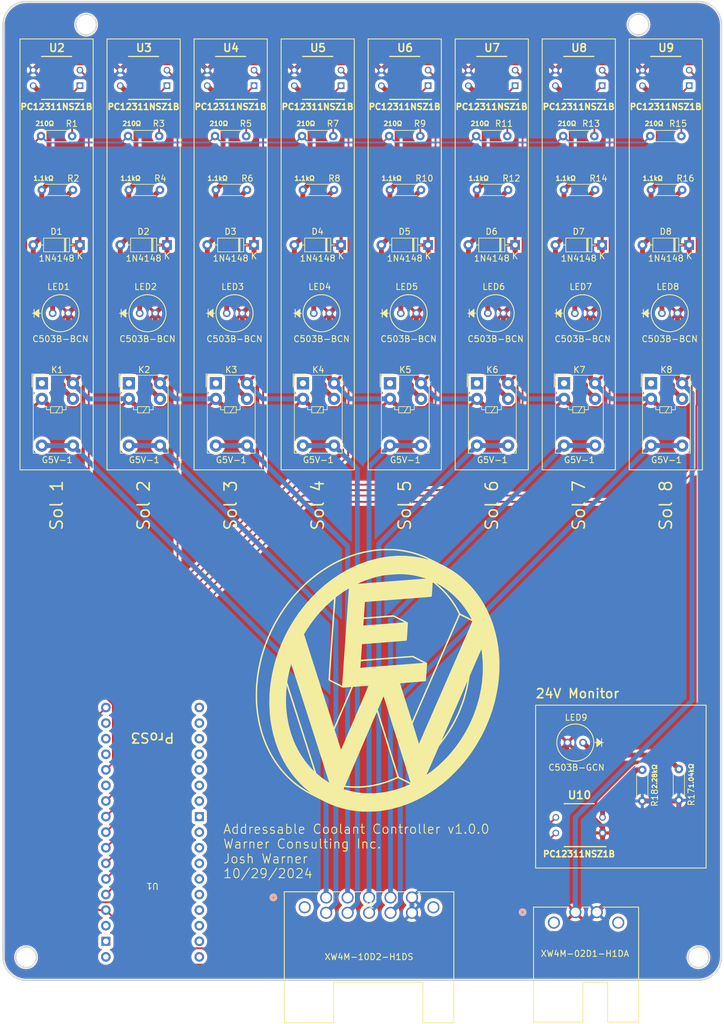
<source format=kicad_pcb>
(kicad_pcb (version 20221018) (generator pcbnew)
  (layers (0 "F.Cu" signal) (31 "B.Cu" signal) (34 "B.Paste" user) (35 "F.Paste" user) (36 "B.SilkS" user "B.Silkscreen") (37 "F.SilkS" user "F.Silkscreen") (38 "B.Mask" user) (39 "F.Mask" user) (44 "Edge.Cuts" user))
  (net 0 "")
  (net 1 "+24V")
  (net 2 "Net-(D1-A)")
  (net 3 "Net-(D2-A)")
  (net 4 "Net-(D3-A)")
  (net 5 "Net-(D4-A)")
  (net 6 "Net-(D5-A)")
  (net 7 "Net-(D6-A)")
  (net 8 "Net-(D7-A)")
  (net 9 "Net-(D8-A)")
  (net 10 "/S1")
  (net 11 "GND")
  (net 12 "/S2")
  (net 13 "/S3")
  (net 14 "/S4")
  (net 15 "/S5")
  (net 16 "/S6")
  (net 17 "/S7")
  (net 18 "/S8")
  (net 27 "Net-(LED1-Pad1)")
  (net 28 "Net-(LED2-Pad1)")
  (net 29 "Net-(LED3-Pad1)")
  (net 30 "Net-(LED4-Pad1)")
  (net 31 "Net-(LED5-Pad1)")
  (net 32 "Net-(LED6-Pad1)")
  (net 33 "Net-(LED7-Pad1)")
  (net 34 "Net-(LED8-Pad1)")
  (net 35 "/MCU 3.3v")
  (net 36 "Net-(R1-Pad2)")
  (net 37 "Net-(R3-Pad2)")
  (net 38 "Net-(R5-Pad2)")
  (net 39 "Net-(R7-Pad2)")
  (net 40 "Net-(R9-Pad2)")
  (net 41 "Net-(R11-Pad2)")
  (net 42 "Net-(R13-Pad2)")
  (net 43 "Net-(R15-Pad2)")
  (net 47 "/IO1")
  (net 48 "/IO2")
  (net 49 "/IO3")
  (net 50 "/IO4")
  (net 51 "/IO5")
  (net 52 "/IO21")
  (net 53 "/IO0")
  (net 55 "/IO16")
  (net 59 "/IO12")
  (net 77 "Net-(LED9-Pad1)")
  (net 78 "Net-(R18-Pad1)")
  (footprint "Resistor:R_Axial_DIN0204_L3.6mm_D1.6mm_P5.08mm_Horizontal-JW" (layer "F.Cu") (at 55.17964 45.03766)
    (fp_text reference "R3")
    (fp_text value "210Ω")
  )
  (footprint "Resistor:R_Axial_DIN0204_L3.6mm_D1.6mm_P5.08mm_Horizontal-JW" (layer "F.Cu") (at 102.97714 53.81284 180)
    (fp_text reference "R10")
    (fp_text value "1.1kΩ")
  )
  (footprint "Resistor:R_Axial_DIN0204_L3.6mm_D1.6mm_P5.08mm_Horizontal-JW" (layer "F.Cu") (at 46.18314 53.81284 180)
    (fp_text reference "R2")
    (fp_text value "1.1kΩ")
  )
  (footprint "PC12311NSZ1B:PC12311NSZ1B" (layer "F.Cu") (at 128.778 157.353 180)
    (fp_text reference "U10")
    (fp_text value "PC12311NSZ1B")
  )
  (footprint "PC12311NSZ1B:PC12311NSZ1B" (layer "F.Cu") (at 114.51364 35.56 180)
    (fp_text reference "U7")
    (fp_text value "PC12311NSZ1B")
  )
  (footprint "Resistor:R_Axial_DIN0204_L3.6mm_D1.6mm_P5.08mm_Horizontal-JW" (layer "F.Cu") (at 83.57664 45.03766)
    (fp_text reference "R7")
    (fp_text value "210Ω")
  )
  (footprint "CreeLED Blue:C503B_BCN_CV0Z0461" (layer "F.Cu") (at 128.07214 73.914)
    (fp_text reference "LED7")
    (fp_text value "C503B-BCN")
  )
  (footprint "Relay_THT:Relay_SPDT_Omron_G5V-1" (layer "F.Cu") (at 126.30464 85.32498)
    (fp_text reference "K7")
    (fp_text value "G5V-1")
  )
  (footprint "Diode_THT:D_DO-35_SOD27_P7.62mm_Horizontal-JW" (layer "F.Cu") (at 104.12514 62.78802 180)
    (fp_text reference "D5")
    (fp_text value "1N4148")
  )
  (footprint "PC12311NSZ1B:PC12311NSZ1B" (layer "F.Cu") (at 128.71214 35.56 180)
    (fp_text reference "U8")
    (fp_text value "PC12311NSZ1B")
  )
  (footprint "CreeLED Blue:C503B_BCN_CV0Z0461" (layer "F.Cu") (at 113.87364 73.914)
    (fp_text reference "LED6")
    (fp_text value "C503B-BCN")
  )
  (footprint "CreeLED Blue:C503B_BCN_CV0Z0461" (layer "F.Cu") (at 42.88114 73.914)
    (fp_text reference "LED1")
    (fp_text value "C503B-BCN")
  )
  (footprint "Resistor:R_Axial_DIN0204_L3.6mm_D1.6mm_P5.08mm_Horizontal-JW" (layer "F.Cu") (at 140.37064 45.03766)
    (fp_text reference "R15")
    (fp_text value "210Ω")
  )
  (footprint "Diode_THT:D_DO-35_SOD27_P7.62mm_Horizontal-JW" (layer "F.Cu") (at 89.92664 62.78802 180)
    (fp_text reference "D4")
    (fp_text value "1N4148")
  )
  (footprint "PC12311NSZ1B:PC12311NSZ1B" (layer "F.Cu") (at 100.31514 35.56 180)
    (fp_text reference "U6")
    (fp_text value "PC12311NSZ1B")
  )
  (footprint "Resistor:R_Axial_DIN0204_L3.6mm_D1.6mm_P5.08mm_Horizontal-JW" (layer "F.Cu") (at 40.98114 45.03766)
    (fp_text reference "R1")
    (fp_text value "210Ω")
  )
  (footprint "ProS3:ProS3_TH" (layer "F.Cu") (at 59.162 158.496 180)
    (fp_text reference "U1")
    (fp_text value "ProS3")
  )
  (footprint "Resistor:R_Axial_DIN0204_L3.6mm_D1.6mm_P5.08mm_Horizontal-JW" (layer "F.Cu") (at 145.034 148.209 -90)
    (fp_text reference "R17")
    (fp_text value "1.04kΩ")
  )
  (footprint "Diode_THT:D_DO-35_SOD27_P7.62mm_Horizontal-JW" (layer "F.Cu") (at 118.32364 62.78802 180)
    (fp_text reference "D6")
    (fp_text value "1N4148")
  )
  (footprint "Resistor:R_Axial_DIN0204_L3.6mm_D1.6mm_P5.08mm_Horizontal-JW" (layer "F.Cu") (at 145.57264 53.81284 180)
    (fp_text reference "R16")
    (fp_text value "1.1kΩ")
  )
  (footprint "Diode_THT:D_DO-35_SOD27_P7.62mm_Horizontal-JW" (layer "F.Cu") (at 47.33114 62.78802 180)
    (fp_text reference "D1")
    (fp_text value "1N4148")
  )
  (footprint "Resistor:R_Axial_DIN0204_L3.6mm_D1.6mm_P5.08mm_Horizontal-JW" (layer "F.Cu") (at 139.065 148.336 -90)
    (fp_text reference "R18")
    (fp_text value "2.28kΩ")
  )
  (footprint "Resistor:R_Axial_DIN0204_L3.6mm_D1.6mm_P5.08mm_Horizontal-JW" (layer "F.Cu") (at 117.17564 53.81284 180)
    (fp_text reference "R12")
    (fp_text value "1.1kΩ")
  )
  (footprint "Resistor:R_Axial_DIN0204_L3.6mm_D1.6mm_P5.08mm_Horizontal-JW" (layer "F.Cu") (at 111.97364 45.03766)
    (fp_text reference "R11")
    (fp_text value "210Ω")
  )
  (footprint "xw4m-02d1-h1da:xw4m-02d1-h1da" (layer "F.Cu") (at 128.1329 171.533301)
    (fp_text reference "J2" hide)
    (fp_text value "XW4M-02D1-H1DA")
  )
  (footprint "Warner Consulting Logo:Warner Consulting Logo" (layer "F.Cu") (at 95.885 133.731)
    (fp_text reference "G***")
    (fp_text value "LOGO" hide)
  )
  (footprint "CreeLED Green:C503B_GCN_CY0C0792" (layer "F.Cu") (at 129.413 143.891 180)
    (fp_text reference "LED9")
    (fp_text value "C503B-GCN")
  )
  (footprint "xw4m-10d2-h1ds:xw4m-10d2-h1ds" (layer "F.Cu") (at 87.495789 169.1359)
    (fp_text reference "J1")
    (fp_text value "XW4M-10D2-H1DS")
  )
  (footprint "PC12311NSZ1B:PC12311NSZ1B" (layer "F.Cu") (at 43.52114 35.56 180)
    (fp_text reference "U2")
    (fp_text value "PC12311NSZ1B")
  )
  (footprint "Relay_THT:Relay_SPDT_Omron_G5V-1" (layer "F.Cu") (at 69.51064 85.32498)
    (fp_text reference "K3")
    (fp_text value "G5V-1")
  )
  (footprint "Relay_THT:Relay_SPDT_Omron_G5V-1" (layer "F.Cu") (at 97.90764 85.32498)
    (fp_text reference "K5")
    (fp_text value "G5V-1")
  )
  (footprint "PC12311NSZ1B:PC12311NSZ1B" (layer "F.Cu") (at 71.91814 35.56 180)
    (fp_text reference "U4")
    (fp_text value "PC12311NSZ1B")
  )
  (footprint "PC12311NSZ1B:PC12311NSZ1B" (layer "F.Cu") (at 57.71964 35.56 180)
    (fp_text reference "U3")
    (fp_text value "PC12311NSZ1B")
  )
  (footprint "PC12311NSZ1B:PC12311NSZ1B" (layer "F.Cu") (at 142.91064 35.56 180)
    (fp_text reference "U9")
    (fp_text value "PC12311NSZ1B")
  )
  (footprint "Diode_THT:D_DO-35_SOD27_P7.62mm_Horizontal-JW" (layer "F.Cu") (at 61.52964 62.78802 180)
    (fp_text reference "D2")
    (fp_text value "1N4148")
  )
  (footprint "Diode_THT:D_DO-35_SOD27_P7.62mm_Horizontal-JW" (layer "F.Cu") (at 146.72064 62.78802 180)
    (fp_text reference "D8")
    (fp_text value "1N4148")
  )
  (footprint "Diode_THT:D_DO-35_SOD27_P7.62mm_Horizontal-JW" (layer "F.Cu") (at 132.52214 62.78802 180)
    (fp_text reference "D7")
    (fp_text value "1N4148")
  )
  (footprint "Relay_THT:Relay_SPDT_Omron_G5V-1" (layer "F.Cu") (at 112.10614 85.32498)
    (fp_text reference "K6")
    (fp_text value "G5V-1")
  )
  (footprint "CreeLED Blue:C503B_BCN_CV0Z0461" (layer "F.Cu") (at 71.27814 73.914)
    (fp_text reference "LED3")
    (fp_text value "C503B-BCN")
  )
  (footprint "PC12311NSZ1B:PC12311NSZ1B" (layer "F.Cu") (at 86.11664 35.56 180)
    (fp_text reference "U5")
    (fp_text value "PC12311NSZ1B")
  )
  (footprint "Resistor:R_Axial_DIN0204_L3.6mm_D1.6mm_P5.08mm_Horizontal-JW" (layer "F.Cu") (at 69.37814 45.03766)
    (fp_text reference "R5")
    (fp_text value "210Ω")
  )
  (footprint "Resistor:R_Axial_DIN0204_L3.6mm_D1.6mm_P5.08mm_Horizontal-JW" (layer "F.Cu") (at 131.37414 53.81284 180)
    (fp_text reference "R14")
    (fp_text value "1.1kΩ")
  )
  (footprint "CreeLED Blue:C503B_BCN_CV0Z0461" (layer "F.Cu") (at 99.67514 73.914)
    (fp_text reference "LED5")
    (fp_text value "C503B-BCN")
  )
  (footprint "CreeLED Blue:C503B_BCN_CV0Z0461" (layer "F.Cu") (at 57.07964 73.914)
    (fp_text reference "LED2")
    (fp_text value "C503B-BCN")
  )
  (footprint "Resistor:R_Axial_DIN0204_L3.6mm_D1.6mm_P5.08mm_Horizontal-JW" (layer "F.Cu") (at 88.77864 53.81284 180)
    (fp_text reference "R8")
    (fp_text value "1.1kΩ")
  )
  (footprint "CreeLED Blue:C503B_BCN_CV0Z0461" (layer "F.Cu") (at 142.27064 73.914)
    (fp_text reference "LED8")
    (fp_text value "C503B-BCN")
  )
  (footprint "Relay_THT:Relay_SPDT_Omron_G5V-1" (layer "F.Cu") (at 41.11364 85.32498)
    (fp_text reference "K1")
    (fp_text value "G5V-1")
  )
  (footprint "Resistor:R_Axial_DIN0204_L3.6mm_D1.6mm_P5.08mm_Horizontal-JW" (layer "F.Cu") (at 97.77514 45.03766)
    (fp_text reference "R9")
    (fp_text value "210Ω")
  )
  (footprint "Resistor:R_Axial_DIN0204_L3.6mm_D1.6mm_P5.08mm_Horizontal-JW" (layer "F.Cu") (at 74.58014 53.81284 180)
    (fp_text reference "R6")
    (fp_text value "1.1kΩ")
  )
  (footprint "Relay_THT:Relay_SPDT_Omron_G5V-1" (layer "F.Cu") (at 83.70914 85.32498)
    (fp_text reference "K4")
    (fp_text value "G5V-1")
  )
  (footprint "Relay_THT:Relay_SPDT_Omron_G5V-1" (layer "F.Cu") (at 55.31214 85.32498)
    (fp_text reference "K2")
    (fp_text value "G5V-1")
  )
  (footprint "Resistor:R_Axial_DIN0204_L3.6mm_D1.6mm_P5.08mm_Horizontal-JW" (layer "F.Cu") (at 126.17214 45.03766)
    (fp_text reference "R13")
    (fp_text value "210Ω")
  )
  (footprint "Diode_THT:D_DO-35_SOD27_P7.62mm_Horizontal-JW" (layer "F.Cu") (at 75.72814 62.78802 180)
    (fp_text reference "D3")
    (fp_text value "1N4148")
  )
  (footprint "Resistor:R_Axial_DIN0204_L3.6mm_D1.6mm_P5.08mm_Horizontal-JW" (layer "F.Cu") (at 60.38164 53.81284 180)
    (fp_text reference "R4")
    (fp_text value "1.1kΩ")
  )
  (footprint "Relay_THT:Relay_SPDT_Omron_G5V-1" (layer "F.Cu") (at 140.50314 85.32498)
    (fp_text reference "K8")
    (fp_text value "G5V-1")
  )
  (footprint "CreeLED Blue:C503B_BCN_CV0Z0461" (layer "F.Cu") (at 85.47664 73.914)
    (fp_text reference "LED4")
    (fp_text value "C503B-BCN")
  )
  (gr_rect (start 136.94164 29.21) (end 148.87964 99.441) (stroke (width 0.15)) (fill none) (layer "F.SilkS"))
  (gr_rect (start 94.34614 29.21) (end 106.28414 99.441) (stroke (width 0.15)) (fill none) (layer "F.SilkS"))
  (gr_rect locked (start 37.55214 29.21) (end 49.49014 99.441) (stroke (width 0.15)) (fill none) (layer "F.SilkS"))
  (gr_rect (start 122.74314 29.21) (end 134.68114 99.441) (stroke (width 0.15)) (fill none) (layer "F.SilkS"))
  (gr_rect (start 65.94914 29.21) (end 77.88714 99.441) (stroke (width 0.15)) (fill none) (layer "F.SilkS"))
  (gr_rect (start 108.54464 29.21) (end 120.48264 99.441) (stroke (width 0.15)) (fill none) (layer "F.SilkS"))
  (gr_rect (start 80.14764 29.21) (end 92.08564 99.441) (stroke (width 0.15)) (fill none) (layer "F.SilkS"))
  (gr_rect (start 51.75064 29.21) (end 63.68864 99.441) (stroke (width 0.15)) (fill none) (layer "F.SilkS"))
  (gr_rect (start 121.666 137.795) (end 149.479 164.338) (stroke (width 0.15)) (fill none) (layer "F.SilkS"))
  (gr_arc locked (start 34.798 26.924) (mid 35.913923 24.229923) (end 38.608 23.114) (stroke (width 0.25)) (layer "Edge.Cuts"))
  (gr_circle locked (center 38.548 178.86978) (end 40.248 178.86978) (stroke (width 0.25)) (fill none) (layer "Edge.Cuts"))
  (gr_circle locked (center 48.34089 26.864) (end 50.04089 26.864) (stroke (width 0.25)) (fill none) (layer "Edge.Cuts"))
  (gr_line locked (start 34.798 26.924) (end 34.798 178.80978) (stroke (width 0.25)) (layer "Edge.Cuts"))
  (gr_line locked (start 148.17378 23.114) (end 38.608 23.114) (stroke (width 0.25)) (layer "Edge.Cuts"))
  (gr_line locked (start 38.608 182.61978) (end 148.17378 182.61978) (stroke (width 0.25)) (layer "Edge.Cuts"))
  (gr_circle locked (center 138.44089 26.864) (end 140.14089 26.864) (stroke (width 0.25)) (fill none) (layer "Edge.Cuts"))
  (gr_circle locked (center 148.23378 178.86978) (end 149.93378 178.86978) (stroke (width 0.25)) (fill none) (layer "Edge.Cuts"))
  (gr_arc locked (start 151.98378 178.80978) (mid 150.86786 181.50386) (end 148.17378 182.61978) (stroke (width 0.25)) (layer "Edge.Cuts"))
  (gr_arc locked (start 38.608 182.61978) (mid 35.913921 181.503859) (end 34.798 178.80978) (stroke (width 0.25)) (layer "Edge.Cuts"))
  (gr_line locked (start 151.98378 178.80978) (end 151.98378 26.924) (stroke (width 0.25)) (layer "Edge.Cuts"))
  (gr_arc locked (start 148.17378 23.114) (mid 150.86786 24.22992) (end 151.98378 26.924) (stroke (width 0.25)) (layer "Edge.Cuts"))
  (gr_text "Sol 1 " (at 43.52114 99.441 90) (layer "F.SilkS") (effects (font (size 2 2) (thickness 0.25)) (justify right)))
  (gr_text "Addressable Coolant Controller v1.0.0\nWarner Consulting Inc.\nJosh Warner\n10/29/2024" (at 70.612 166.116) (layer "F.SilkS") (effects (font (size 1.5 1.5)) (justify left bottom)))
  (gr_text "Sol 7 " (at 128.71214 99.441 90) (layer "F.SilkS") (effects (font (size 2 2) (thickness 0.25)) (justify right)))
  (gr_text "Sol 6 " (at 114.51364 99.441 90) (layer "F.SilkS") (effects (font (size 2 2) (thickness 0.25)) (justify right)))
  (gr_text "Sol 5 " (at 100.31514 99.441 90) (layer "F.SilkS") (effects (font (size 2 2) (thickness 0.25)) (justify right)))
  (gr_text "Sol 4 " (at 86.11664 99.441 90) (layer "F.SilkS") (effects (font (size 2 2) (thickness 0.25)) (justify right)))
  (gr_text "Sol 3 " (at 71.91814 99.441 90) (layer "F.SilkS") (effects (font (size 2 2) (thickness 0.25)) (justify right)))
  (gr_text "24V Monitor" (at 121.539 136.779) (layer "F.SilkS") (effects (font (size 1.5 1.5) (thickness 0.25) bold) (justify left bottom)))
  (gr_text "Sol 8 " (at 142.91064 99.441 90) (layer "F.SilkS") (effects (font (size 2 2) (thickness 0.25)) (justify right)))
  (gr_text "Sol 2 " (at 57.71964 99.441 90) (layer "F.SilkS") (effects (font (size 2 2) (thickness 0.25)) (justify right)))
  (segment (start 104.58764 86.92498) (end 102.98764 85.32498) (width 0.8) (layer "F.Cu") (net 1))
  (segment (start 90.38914 88.60436) (end 90.38914 86.92498) (width 0.8) (layer "F.Cu") (net 1))
  (segment (start 132.588 157.709346) (end 126.746 151.867346) (width 0.8) (layer "F.Cu") (net 1))
  (segment (start 116.41364 84.55248) (end 117.18614 85.32498) (width 0.8) (layer "F.Cu") (net 1))
  (segment (start 126.746 151.867346) (end 126.746 144.018) (width 0.8) (layer "F.Cu") (net 1))
  (segment (start 89.92664 62.78802) (end 89.92664 72.004) (width 0.8) (layer "F.Cu") (net 1))
  (segment (start 47.33114 72.004) (end 45.42114 73.914) (width 0.8) (layer "F.Cu") (net 1))
  (segment (start 45.42114 73.914) (end 45.42114 84.55248) (width 0.8) (layer "F.Cu") (net 1))
  (segment (start 75.72814 62.78802) (end 75.72814 72.004) (width 0.8) (layer "F.Cu") (net 1))
  (segment (start 45.42114 84.55248) (end 46.19364 85.32498) (width 0.8) (layer "F.Cu") (net 1))
  (segment (start 142.10314 89.46498) (end 146.32252 89.46498) (width 0.8) (layer "F.Cu") (net 1))
  (segment (start 113.70614 89.46498) (end 117.92552 89.46498) (width 0.8) (layer "F.Cu") (net 1))
  (segment (start 132.588 166.139) (end 132.588 157.709346) (width 0.8) (layer "F.Cu") (net 1))
  (segment (start 90.38914 86.92498) (end 88.78914 85.32498) (width 0.8) (layer "F.Cu") (net 1))
  (segment (start 97.90764 87.86498) (end 99.50764 89.46498) (width 0.8) (layer "F.Cu") (net 1))
  (segment (start 61.52964 62.78802) (end 61.52964 72.004) (width 0.8) (layer "F.Cu") (net 1))
  (segment (start 146.72064 62.78802) (end 146.72064 72.004) (width 0.8) (layer "F.Cu") (net 1))
  (segment (start 132.52214 72.004) (end 130.61214 73.914) (width 0.8) (layer "F.Cu") (net 1))
  (segment (start 69.51064 87.86498) (end 71.11064 89.46498) (width 0.8) (layer "F.Cu") (net 1))
  (segment (start 85.30914 89.46498) (end 89.52852 89.46498) (width 0.8) (layer "F.Cu") (net 1))
  (segment (start 144.81064 84.55248) (end 145.58314 85.32498) (width 0.8) (layer "F.Cu") (net 1))
  (segment (start 56.91214 89.46498) (end 61.13152 89.46498) (width 0.8) (layer "F.Cu") (net 1))
  (segment (start 88.01664 84.55248) (end 88.78914 85.32498) (width 0.8) (layer "F.Cu") (net 1))
  (segment (start 61.13152 89.46498) (end 61.99214 88.60436) (width 0.8) (layer "F.Cu") (net 1))
  (segment (start 132.98464 88.60436) (end 132.98464 86.92498) (width 0.8) (layer "F.Cu") (net 1))
  (segment (start 127.90464 89.46498) (end 132.12402 89.46498) (width 0.8) (layer "F.Cu") (net 1))
  (segment (start 112.10614 87.86498) (end 113.70614 89.46498) (width 0.8) (layer "F.Cu") (net 1))
  (segment (start 104.12514 72.004) (end 102.21514 73.914) (width 0.8) (layer "F.Cu") (net 1))
  (segment (start 76.19064 86.92498) (end 74.59064 85.32498) (width 0.8) (layer "F.Cu") (net 1))
  (segment (start 128.1329 171.533301) (end 128.1329 170.5941) (width 0.8) (layer "F.Cu") (net 1))
  (segment (start 83.70914 87.86498) (end 85.30914 89.46498) (width 0.8) (layer "F.Cu") (net 1))
  (segment (start 99.50764 89.46498) (end 103.72702 89.46498) (width 0.8) (layer "F.Cu") (net 1))
  (segment (start 47.33114 62.78802) (end 47.33114 72.004) (width 0.8) (layer "F.Cu") (net 1))
  (segment (start 146.72064 72.004) (end 144.81064 73.914) (width 0.8) (layer "F.Cu") (net 1))
  (segment (start 61.99214 88.60436) (end 61.99214 86.92498) (width 0.8) (layer "F.Cu") (net 1))
  (segment (start 89.92664 72.004) (end 88.01664 73.914) (width 0.8) (layer "F.Cu") (net 1))
  (segment (start 130.61214 73.914) (end 130.61214 84.55248) (width 0.8) (layer "F.Cu") (net 1))
  (segment (start 71.11064 89.46498) (end 75.33002 89.46498) (width 0.8) (layer "F.Cu") (net 1))
  (segment (start 88.01664 73.914) (end 88.01664 84.55248) (width 0.8) (layer "F.Cu") (net 1))
  (segment (start 132.12402 89.46498) (end 132.98464 88.60436) (width 0.8) (layer "F.Cu") (net 1))
  (segment (start 46.93302 89.46498) (end 47.79364 88.60436) (width 0.8) (layer "F.Cu") (net 1))
  (segment (start 117.92552 89.46498) (end 118.78614 88.60436) (width 0.8) (layer "F.Cu") (net 1))
  (segment (start 140.50314 87.86498) (end 142.10314 89.46498) (width 0.8) (layer "F.Cu") (net 1))
  (segment (start 146.32252 89.46498) (end 147.18314 88.60436) (width 0.8) (layer "F.Cu") (net 1))
  (segment (start 59.61964 73.914) (end 59.61964 84.55248) (width 0.8) (layer "F.Cu") (net 1))
  (segment (start 147.18314 86.92498) (end 145.58314 85.32498) (width 0.8) (layer "F.Cu") (net 1))
  (segment (start 128.1329 170.5941) (end 132.588 166.139) (width 0.8) (layer "F.Cu") (net 1))
  (segment (start 75.33002 89.46498) (end 76.19064 88.60436) (width 0.8) (layer "F.Cu") (net 1))
  (segment (start 102.21514 73.914) (end 102.21514 84.55248) (width 0.8) (layer "F.Cu") (net 1))
  (segment (start 102.21514 84.55248) (end 102.98764 85.32498) (width 0.8) (layer "F.Cu") (net 1))
  (segment (start 59.61964 84.55248) (end 60.39214 85.32498) (width 0.8) (layer "F.Cu") (net 1))
  (segment (start 147.18314 88.60436) (end 147.18314 86.92498) (width 0.8) (layer "F.Cu") (net 1))
  (segment (start 42.71364 89.46498) (end 46.93302 89.46498) (width 0.8) (layer "F.Cu") (net 1))
  (segment (start 47.79364 88.60436) (end 47.79364 86.92498) (width 0.8) (layer "F.Cu") (net 1))
  (segment (start 126.30464 87.86498) (end 127.90464 89.46498) (width 0.8) (layer "F.Cu") (net 1))
  (segment (start 76.19064 88.60436) (end 76.19064 86.92498) (width 0.8) (layer "F.Cu") (net 1))
  (segment (start 47.79364 86.92498) (end 46.19364 85.32498) (width 0.8) (layer "F.Cu") (net 1))
  (segment (start 118.32364 62.78802) (end 118.32364 72.004) (width 0.8) (layer "F.Cu") (net 1))
  (segment (start 41.11364 87.86498) (end 42.71364 89.46498) (width 0.8) (layer "F.Cu") (net 1))
  (segment (start 61.99214 86.92498) (end 60.39214 85.32498) (width 0.8) (layer "F.Cu") (net 1))
  (segment (start 61.52964 72.004) (end 59.61964 73.914) (width 0.8) (layer "F.Cu") (net 1))
  (segment (start 104.58764 88.60436) (end 104.58764 86.92498) (width 0.8) (layer "F.Cu") (net 1))
  (segment (start 130.61214 84.55248) (end 131.38464 85.32498) (width 0.8) (layer "F.Cu") (net 1))
  (segment (start 118.32364 72.004) (end 116.41364 73.914) (width 0.8) (layer "F.Cu") (net 1))
  (segment (start 104.12514 62.78802) (end 104.12514 72.004) (width 0.8) (layer "F.Cu") (net 1))
  (segment (start 126.746 144.018) (end 126.873 143.891) (width 0.8) (layer "F.Cu") (net 1))
  (segment (start 55.31214 87.86498) (end 56.91214 89.46498) (width 0.8) (layer "F.Cu") (net 1))
  (segment (start 116.41364 73.914) (end 116.41364 84.55248) (width 0.8) (layer "F.Cu") (net 1))
  (segment (start 132.52214 62.78802) (end 132.52214 72.004) (width 0.8) (layer "F.Cu") (net 1))
  (segment (start 118.78614 88.60436) (end 118.78614 86.92498) (width 0.8) (layer "F.Cu") (net 1))
  (segment (start 132.98464 86.92498) (end 131.38464 85.32498) (width 0.8) (layer "F.Cu") (net 1))
  (segment (start 118.78614 86.92498) (end 117.18614 85.32498) (width 0.8) (layer "F.Cu") (net 1))
  (segment (start 89.52852 89.46498) (end 90.38914 88.60436) (width 0.8) (layer "F.Cu") (net 1))
  (segment (start 103.72702 89.46498) (end 104.58764 88.60436) (width 0.8) (layer "F.Cu") (net 1))
  (segment (start 75.72814 72.004) (end 73.81814 73.914) (width 0.8) (layer "F.Cu") (net 1))
  (segment (start 73.81814 73.914) (end 73.81814 84.55248) (width 0.8) (layer "F.Cu") (net 1))
  (segment (start 73.81814 84.55248) (end 74.59064 85.32498) (width 0.8) (layer "F.Cu") (net 1))
  (segment (start 144.81064 73.914) (end 144.81064 84.55248) (width 0.8) (layer "F.Cu") (net 1))
  (segment (start 102.98764 85.32498) (end 105.52764 87.86498) (width 0.8) (layer "B.Cu") (net 1))
  (segment (start 145.58314 85.32498) (end 147.18314 86.92498) (width 0.8) (layer "B.Cu") (net 1))
  (segment (start 131.38464 85.32498) (end 133.92464 87.86498) (width 0.8) (layer "B.Cu") (net 1))
  (segment (start 48.73364 87.86498) (end 55.31214 87.86498) (width 0.8) (layer "B.Cu") (net 1))
  (segment (start 91.32914 87.86498) (end 97.90764 87.86498) (width 0.8) (layer "B.Cu") (net 1))
  (segment (start 119.72614 87.86498) (end 126.30464 87.86498) (width 0.8) (layer "B.Cu") (net 1))
  (segment (start 128.1329 156.0931) (end 128.1329 171.533301) (width 0.8) (layer "B.Cu") (net 1))
  (segment (start 147.18314 137.04286) (end 128.1329 156.0931) (width 0.8) (layer "B.Cu") (net 1))
  (segment (start 133.92464 87.86498) (end 140.50314 87.86498) (width 0.8) (layer "B.Cu") (net 1))
  (segment (start 46.19364 85.32498) (end 48.73364 87.86498) (width 0.8) (layer "B.Cu") (net 1))
  (segment (start 88.78914 85.32498) (end 91.32914 87.86498) (width 0.8) (layer "B.Cu") (net 1))
  (segment (start 60.39214 85.32498) (end 62.93214 87.86498) (width 0.8) (layer "B.Cu") (net 1))
  (segment (start 105.52764 87.86498) (end 112.10614 87.86498) (width 0.8) (layer "B.Cu") (net 1))
  (segment (start 62.93214 87.86498) (end 69.51064 87.86498) (width 0.8) (layer "B.Cu") (net 1))
  (segment (start 77.13064 87.86498) (end 83.70914 87.86498) (width 0.8) (layer "B.Cu") (net 1))
  (segment (start 74.59064 85.32498) (end 77.13064 87.86498) (width 0.8) (layer "B.Cu") (net 1))
  (segment (start 147.18314 86.92498) (end 147.18314 137.04286) (width 0.8) (layer "B.Cu") (net 1))
  (segment (start 117.18614 85.32498) (end 119.72614 87.86498) (width 0.8) (layer "B.Cu") (net 1))
  (segment (start 39.71114 36.83) (end 42.28114 39.4) (width 0.8) (layer "F.Cu") (net 2))
  (segment (start 44.59364 85.60498) (end 44.59364 86.26498) (width 0.8) (layer "F.Cu") (net 2))
  (segment (start 44.59364 86.26498) (end 46.19364 87.86498) (width 0.8) (layer "F.Cu") (net 2))
  (segment (start 39.71114 62.78802) (end 39.71114 80.72248) (width 0.8) (layer "F.Cu") (net 2))
  (segment (start 39.71114 80.72248) (end 44.59364 85.60498) (width 0.8) (layer "F.Cu") (net 2))
  (segment (start 41.10314 53.81284) (end 41.10314 61.39602) (width 0.8) (layer "F.Cu") (net 2))
  (segment (start 41.10314 61.39602) (end 39.71114 62.78802) (width 0.8) (layer "F.Cu") (net 2))
  (segment (start 42.28114 52.63484) (end 41.10314 53.81284) (width 0.8) (layer "F.Cu") (net 2))
  (segment (start 42.28114 39.4) (end 42.28114 52.63484) (width 0.8) (layer "F.Cu") (net 2))
  (segment (start 53.90964 36.83) (end 56.47964 39.4) (width 0.8) (layer "F.Cu") (net 3))
  (segment (start 56.47964 39.4) (end 56.47964 52.63484) (width 0.8) (layer "F.Cu") (net 3))
  (segment (start 55.30164 53.81284) (end 55.30164 61.39602) (width 0.8) (layer "F.Cu") (net 3))
  (segment (start 58.79214 86.26498) (end 60.39214 87.86498) (width 0.8) (layer "F.Cu") (net 3))
  (segment (start 58.79214 85.60498) (end 58.79214 86.26498) (width 0.8) (layer "F.Cu") (net 3))
  (segment (start 56.47964 52.63484) (end 55.30164 53.81284) (width 0.8) (layer "F.Cu") (net 3))
  (segment (start 53.90964 62.78802) (end 53.90964 80.72248) (width 0.8) (layer "F.Cu") (net 3))
  (segment (start 55.30164 61.39602) (end 53.90964 62.78802) (width 0.8) (layer "F.Cu") (net 3))
  (segment (start 53.90964 80.72248) (end 58.79214 85.60498) (width 0.8) (layer "F.Cu") (net 3))
  (segment (start 68.10814 62.78802) (end 68.10814 80.72248) (width 0.8) (layer "F.Cu") (net 4))
  (segment (start 69.50014 53.81284) (end 69.50014 61.39602) (width 0.8) (layer "F.Cu") (net 4))
  (segment (start 69.50014 61.39602) (end 68.10814 62.78802) (width 0.8) (layer "F.Cu") (net 4))
  (segment (start 72.99064 85.60498) (end 72.99064 86.26498) (width 0.8) (layer "F.Cu") (net 4))
  (segment (start 72.99064 86.26498) (end 74.59064 87.86498) (width 0.8) (layer "F.Cu") (net 4))
  (segment (start 68.10814 36.83) (end 70.67814 39.4) (width 0.8) (layer "F.Cu") (net 4))
  (segment (start 68.10814 80.72248) (end 72.99064 85.60498) (width 0.8) (layer "F.Cu") (net 4))
  (segment (start 70.67814 52.63484) (end 69.50014 53.81284) (width 0.8) (layer "F.Cu") (net 4))
  (segment (start 70.67814 39.4) (end 70.67814 52.63484) (width 0.8) (layer "F.Cu") (net 4))
  (segment (start 84.87664 39.4) (end 84.87664 52.63484) (width 0.8) (layer "F.Cu") (net 5))
  (segment (start 83.69864 53.81284) (end 83.69864 61.39602) (width 0.8) (layer "F.Cu") (net 5))
  (segment (start 87.18914 85.60498) (end 87.18914 86.26498) (width 0.8) (layer "F.Cu") (net 5))
  (segment (start 82.30664 36.83) (end 84.87664 39.4) (width 0.8) (layer "F.Cu") (net 5))
  (segment (start 82.30664 62.78802) (end 82.30664 80.72248) (width 0.8) (layer "F.Cu") (net 5))
  (segment (start 83.69864 61.39602) (end 82.30664 62.78802) (width 0.8) (layer "F.Cu") (net 5))
  (segment (start 87.18914 86.26498) (end 88.78914 87.86498) (width 0.8) (layer "F.Cu") (net 5))
  (segment (start 82.30664 80.72248) (end 87.18914 85.60498) (width 0.8) (layer "F.Cu") (net 5))
  (segment (start 84.87664 52.63484) (end 83.69864 53.81284) (width 0.8) (layer "F.Cu") (net 5))
  (segment (start 101.38764 85.60498) (end 101.38764 86.26498) (width 0.8) (layer "F.Cu") (net 6))
  (segment (start 99.07514 39.4) (end 99.07514 52.63484) (width 0.8) (layer "F.Cu") (net 6))
  (segment (start 96.50514 80.72248) (end 101.38764 85.60498) (width 0.8) (layer "F.Cu") (net 6))
  (segment (start 97.89714 53.81284) (end 97.89714 61.39602) (width 0.8) (layer "F.Cu") (net 6))
  (segment (start 96.50514 36.83) (end 99.07514 39.4) (width 0.8) (layer "F.Cu") (net 6))
  (segment (start 96.50514 62.78802) (end 96.50514 80.72248) (width 0.8) (layer "F.Cu") (net 6))
  (segment (start 97.89714 61.39602) (end 96.50514 62.78802) (width 0.8) (layer "F.Cu") (net 6))
  (segment (start 99.07514 52.63484) (end 97.89714 53.81284) (width 0.8) (layer "F.Cu") (net 6))
  (segment (start 101.38764 86.26498) (end 102.98764 87.86498) (width 0.8) (layer "F.Cu") (net 6))
  (segment (start 113.27364 52.63484) (end 112.09564 53.81284) (width 0.8) (layer "F.Cu") (net 7))
  (segment (start 112.09564 53.81284) (end 112.09564 61.39602) (width 0.8) (layer "F.Cu") (net 7))
  (segment (start 110.70364 62.78802) (end 110.70364 80.72248) (width 0.8) (layer "F.Cu") (net 7))
  (segment (start 112.09564 61.39602) (end 110.70364 62.78802) (width 0.8) (layer "F.Cu") (net 7))
  (segment (start 110.70364 80.72248) (end 115.58614 85.60498) (width 0.8) (layer "F.Cu") (net 7))
  (segment (start 113.27364 39.4) (end 113.27364 52.63484) (width 0.8) (layer "F.Cu") (net 7))
  (segment (start 110.70364 36.83) (end 113.27364 39.4) (width 0.8) (layer "F.Cu") (net 7))
  (segment (start 115.58614 85.60498) (end 115.58614 86.26498) (width 0.8) (layer "F.Cu") (net 7))
  (segment (start 115.58614 86.26498) (end 117.18614 87.86498) (width 0.8) (layer "F.Cu") (net 7))
  (segment (start 126.29414 53.81284) (end 126.29414 61.39602) (width 0.8) (layer "F.Cu") (net 8))
  (segment (start 127.47214 52.63484) (end 126.29414 53.81284) (width 0.8) (layer "F.Cu") (net 8))
  (segment (start 129.78464 86.26498) (end 131.38464 87.86498) (width 0.8) (layer "F.Cu") (net 8))
  (segment (start 124.90214 36.83) (end 127.47214 39.4) (width 0.8) (layer "F.Cu") (net 8))
  (segment (start 124.90214 62.78802) (end 124.90214 80.72248) (width 0.8) (layer "F.Cu") (net 8))
  (segment (start 124.90214 80.72248) (end 129.78464 85.60498) (width 0.8) (layer "F.Cu") (net 8))
  (segment (start 129.78464 85.60498) (end 129.78464 86.26498) (width 0.8) (layer "F.Cu") (net 8))
  (segment (start 126.29414 61.39602) (end 124.90214 62.78802) (width 0.8) (layer "F.Cu") (net 8))
  (segment (start 127.47214 39.4) (end 127.47214 52.63484) (width 0.8) (layer "F.Cu") (net 8))
  (segment (start 143.98314 86.26498) (end 145.58314 87.86498) (width 0.8) (layer "F.Cu") (net 9))
  (segment (start 141.67064 39.4) (end 141.67064 52.63484) (width 0.8) (layer "F.Cu") (net 9))
  (segment (start 140.49264 61.39602) (end 139.10064 62.78802) (width 0.8) (layer "F.Cu") (net 9))
  (segment (start 139.10064 62.78802) (end 139.10064 80.72248) (width 0.8) (layer "F.Cu") (net 9))
  (segment (start 140.49264 53.81284) (end 140.49264 61.39602) (width 0.8) (layer "F.Cu") (net 9))
  (segment (start 141.67064 52.63484) (end 140.49264 53.81284) (width 0.8) (layer "F.Cu") (net 9))
  (segment (start 139.10064 36.83) (end 141.67064 39.4) (width 0.8) (layer "F.Cu") (net 9))
  (segment (start 143.98314 85.60498) (end 143.98314 86.26498) (width 0.8) (layer "F.Cu") (net 9))
  (segment (start 139.10064 80.72248) (end 143.98314 85.60498) (width 0.8) (layer "F.Cu") (net 9))
  (segment (start 87.495789 136.787129) (end 46.19364 95.48498) (width 0.8) (layer "B.Cu") (net 10))
  (segment (start 46.19364 95.48498) (end 41.11364 95.48498) (width 0.8) (layer "B.Cu") (net 10))
  (segment (start 87.495789 169.1359) (end 87.495789 136.787129) (width 0.8) (layer "B.Cu") (net 10))
  (segment (start 148.844 34.163) (end 147.77848 33.09748) (width 0.8) (layer "F.Cu") (net 11))
  (segment (start 40.90366 33.09748) (end 39.71114 34.29) (width 0.8) (layer "F.Cu") (net 11))
  (segment (start 131.632902 171.533301) (end 142.756601 160.409601) (width 0.8) (layer "F.Cu") (net 11))
  (segment (start 123.70962 33.09748) (end 111.89616 33.09748) (width 0.8) (layer "F.Cu") (net 11))
  (segment (start 66.91562 33.09748) (end 55.10216 33.09748) (width 0.8) (layer "F.Cu") (net 11))
  (segment (start 137.90812 33.09748) (end 126.09466 33.09748) (width 0.8) (layer "F.Cu") (net 11))
  (segment (start 69.30066 33.09748) (end 68.10814 34.29) (width 0.8) (layer "F.Cu") (net 11))
  (segment (start 83.49916 33.09748) (end 82.30664 34.29) (width 0.8) (layer "F.Cu") (net 11))
  (segment (start 140.29316 33.09748) (end 139.10064 34.29) (width 0.8) (layer "F.Cu") (net 11))
  (segment (start 53.90964 34.29) (end 52.71712 33.09748) (width 0.8) (layer "F.Cu") (net 11))
  (segment (start 145.034 158.132202) (end 142.756601 160.409601) (width 0.8) (layer "F.Cu") (net 11))
  (segment (start 82.30664 34.29) (end 81.11412 33.09748) (width 0.8) (layer "F.Cu") (net 11))
  (segment (start 142.756601 160.409601) (end 148.844 154.322203) (width 0.8) (layer "F.Cu") (net 11))
  (segment (start 97.69766 33.09748) (end 96.50514 34.29) (width 0.8) (layer "F.Cu") (net 11))
  (segment (start 139.065 153.416) (end 144.907 153.416) (width 0.8) (layer "F.Cu") (net 11))
  (segment (start 109.51112 33.09748) (end 97.69766 33.09748) (width 0.8) (layer "F.Cu") (net 11))
  (segment (start 81.11412 33.09748) (end 69.30066 33.09748) (width 0.8) (layer "F.Cu") (net 11))
  (segment (start 55.10216 33.09748) (end 53.90964 34.29) (width 0.8) (layer "F.Cu") (net 11))
  (segment (start 52.71712 33.09748) (end 40.90366 33.09748) (width 0.8) (layer "F.Cu") (net 11))
  (segment (start 124.90214 34.29) (end 123.70962 33.09748) (width 0.8) (layer "F.Cu") (net 11))
  (segment (start 96.50514 34.29) (end 95.31262 33.09748) (width 0.8) (layer "F.Cu") (net 11))
  (segment (start 68.10814 34.29) (end 66.91562 33.09748) (width 0.8) (layer "F.Cu") (net 11))
  (segment (start 95.31262 33.09748) (end 83.49916 33.09748) (width 0.8) (layer "F.Cu") (net 11))
  (segment (start 111.89616 33.09748) (end 110.70364 34.29) (width 0.8) (layer "F.Cu") (net 11))
  (segment (start 110.70364 34.29) (end 109.51112 33.09748) (width 0.8) (layer "F.Cu") (net 11))
  (segment (start 144.907 153.416) (end 145.034 153.289) (width 0.8) (layer "F.Cu") (net 11))
  (segment (start 147.77848 33.09748) (end 140.29316 33.09748) (width 0.8) (layer "F.Cu") (net 11))
  (segment (start 139.10064 34.29) (end 137.90812 33.09748) (width 0.8) (layer "F.Cu") (net 11))
  (segment (start 145.034 153.289) (end 145.034 158.132202) (width 0.8) (layer "F.Cu") (net 11))
  (segment (start 126.09466 33.09748) (end 124.90214 34.29) (width 0.8) (layer "F.Cu") (net 11))
  (segment (start 148.844 154.322203) (end 148.844 34.163) (width 0.8) (layer "F.Cu") (net 11))
  (segment (start 101.495792 171.6359) (end 101.495792 169.1359) (width 0.8) (layer "B.Cu") (net 11))
  (segment (start 101.495792 171.6359) (end 104.865892 175.006) (width 0.8) (layer "B.Cu") (net 11))
  (segment (start 128.160203 175.006) (end 131.632902 171.533301) (width 0.8) (layer "B.Cu") (net 11))
  (segment (start 131.632902 171.533301) (end 131.632902 171.516098) (width 0.8) (layer "B.Cu") (net 11))
  (segment (start 144.907 153.416) (end 145.034 153.289) (width 0.8) (layer "B.Cu") (net 11))
  (segment (start 104.865892 175.006) (end 128.160203 175.006) (width 0.8) (layer "B.Cu") (net 11))
  (segment (start 60.39214 95.48498) (end 89.086389 124.179229) (width 0.8) (layer "B.Cu") (net 12))
  (segment (start 89.086389 170.0453) (end 87.495789 171.6359) (width 0.8) (layer "B.Cu") (net 12))
  (segment (start 60.39214 95.48498) (end 55.31214 95.48498) (width 0.8) (layer "B.Cu") (net 12))
  (segment (start 89.086389 124.179229) (end 89.086389 170.0453) (width 0.8) (layer "B.Cu") (net 12))
  (segment (start 90.99579 169.1359) (end 90.99579 111.89013) (width 0.8) (layer "B.Cu") (net 13))
  (segment (start 74.59064 95.48498) (end 69.51064 95.48498) (width 0.8) (layer "B.Cu") (net 13))
  (segment (start 90.99579 111.89013) (end 74.59064 95.48498) (width 0.8) (layer "B.Cu") (net 13))
  (segment (start 88.78914 95.48498) (end 83.70914 95.48498) (width 0.8) (layer "B.Cu") (net 14))
  (segment (start 92.58639 99.28223) (end 92.58639 170.0453) (width 0.8) (layer "B.Cu") (net 14))
  (segment (start 92.58639 170.0453) (end 90.99579 171.6359) (width 0.8) (layer "B.Cu") (net 14))
  (segment (start 88.78914 95.48498) (end 92.58639 99.28223) (width 0.8) (layer "B.Cu") (net 14))
  (segment (start 102.98764 95.48498) (end 97.90764 95.48498) (width 0.8) (layer "B.Cu") (net 15))
  (segment (start 94.49579 169.1359) (end 94.49579 98.89683) (width 0.8) (layer "B.Cu") (net 15))
  (segment (start 94.49579 98.89683) (end 97.90764 95.48498) (width 0.8) (layer "B.Cu") (net 15))
  (segment (start 96.08639 111.50473) (end 96.08639 170.0453) (width 0.8) (layer "B.Cu") (net 16))
  (segment (start 117.18614 95.48498) (end 112.10614 95.48498) (width 0.8) (layer "B.Cu") (net 16))
  (segment (start 112.10614 95.48498) (end 96.08639 111.50473) (width 0.8) (layer "B.Cu") (net 16))
  (segment (start 96.08639 170.0453) (end 94.49579 171.6359) (width 0.8) (layer "B.Cu") (net 16))
  (segment (start 131.38464 95.48498) (end 126.30464 95.48498) (width 0.8) (layer "B.Cu") (net 17))
  (segment (start 97.995791 169.1359) (end 97.995791 123.793829) (width 0.8) (layer "B.Cu") (net 17))
  (segment (start 97.995791 123.793829) (end 126.30464 95.48498) (width 0.8) (layer "B.Cu") (net 17))
  (segment (start 99.586391 170.0453) (end 97.995791 171.6359) (width 0.8) (layer "B.Cu") (net 18))
  (segment (start 145.58314 95.48498) (end 140.50314 95.48498) (width 0.8) (layer "B.Cu") (net 18))
  (segment (start 140.50314 95.48498) (end 99.586391 136.401729) (width 0.8) (layer "B.Cu") (net 18))
  (segment (start 99.586391 136.401729) (end 99.586391 170.0453) (width 0.8) (layer "B.Cu") (net 18))
  (segment (start 42.88114 57.11484) (end 42.88114 73.914) (width 0.8) (layer "F.Cu") (net 27))
  (segment (start 46.18314 53.81284) (end 42.88114 57.11484) (width 0.8) (layer "F.Cu") (net 27))
  (segment (start 60.38164 53.81284) (end 57.07964 57.11484) (width 0.8) (layer "F.Cu") (net 28))
  (segment (start 57.07964 57.11484) (end 57.07964 73.914) (width 0.8) (layer "F.Cu") (net 28))
  (segment (start 71.27814 57.11484) (end 71.27814 73.914) (width 0.8) (layer "F.Cu") (net 29))
  (segment (start 74.58014 53.81284) (end 71.27814 57.11484) (width 0.8) (layer "F.Cu") (net 29))
  (segment (start 88.77864 53.81284) (end 85.47664 57.11484) (width 0.8) (layer "F.Cu") (net 30))
  (segment (start 85.47664 57.11484) (end 85.47664 73.914) (width 0.8) (layer "F.Cu") (net 30))
  (segment (start 102.97714 53.81284) (end 99.67514 57.11484) (width 0.8) (layer "F.Cu") (net 31))
  (segment (start 99.67514 57.11484) (end 99.67514 73.914) (width 0.8) (layer "F.Cu") (net 31))
  (segment (start 117.17564 53.81284) (end 113.87364 57.11484) (width 0.8) (layer "F.Cu") (net 32))
  (segment (start 113.87364 57.11484) (end 113.87364 73.914) (width 0.8) (layer "F.Cu") (net 32))
  (segment (start 131.37414 53.81284) (end 128.07214 57.11484) (width 0.8) (layer "F.Cu") (net 33))
  (segment (start 128.07214 57.11484) (end 128.07214 73.914) (width 0.8) (layer "F.Cu") (net 33))
  (segment (start 145.57264 53.81284) (end 142.27064 57.11484) (width 0.8) (layer "F.Cu") (net 34))
  (segment (start 142.27064 57.11484) (end 142.27064 73.914) (width 0.8) (layer "F.Cu") (net 34))
  (segment (start 38.56114 159.308691) (end 38.56114 47.45766) (width 0.3) (layer "F.Cu") (net 35))
  (segment (start 38.56114 47.45766) (end 40.98114 45.03766) (width 0.3) (layer "F.Cu") (net 35))
  (segment (start 60.452 180.086) (end 51.562 171.196) (width 0.3) (layer "F.Cu") (net 35))
  (segment (start 124.968 158.623) (end 103.505 180.086) (width 0.3) (layer "F.Cu") (net 35))
  (segment (start 103.505 180.086) (end 60.452 180.086) (width 0.3) (layer "F.Cu") (net 35))
  (segment (start 51.562 171.196) (end 50.448449 171.196) (width 0.3) (layer "F.Cu") (net 35))
  (segment (start 50.448449 171.196) (end 38.56114 159.308691) (width 0.3) (layer "F.Cu") (net 35))
  (segment (start 40.98114 45.03766) (end 42.03114 46.08766) (width 0.3) (layer "B.Cu") (net 35))
  (segment (start 113.02364 46.08766) (end 125.12214 46.08766) (width 0.3) (layer "B.Cu") (net 35))
  (segment (start 55.17964 45.03766) (end 56.22964 46.08766) (width 0.3) (layer "B.Cu") (net 35))
  (segment (start 110.92364 46.08766) (end 111.97364 45.03766) (width 0.3) (layer "B.Cu") (net 35))
  (segment (start 54.12964 46.08766) (end 55.17964 45.03766) (width 0.3) (layer "B.Cu") (net 35))
  (segment (start 111.97364 45.03766) (end 113.02364 46.08766) (width 0.3) (layer "B.Cu") (net 35))
  (segment (start 125.12214 46.08766) (end 126.17214 45.03766) (width 0.3) (layer "B.Cu") (net 35))
  (segment (start 97.77514 45.03766) (end 98.82514 46.08766) (width 0.3) (layer "B.Cu") (net 35))
  (segment (start 126.17214 45.03766) (end 127.22214 46.08766) (width 0.3) (layer "B.Cu") (net 35))
  (segment (start 127.22214 46.08766) (end 139.32064 46.08766) (width 0.3) (layer "B.Cu") (net 35))
  (segment (start 139.32064 46.08766) (end 140.37064 45.03766) (width 0.3) (layer "B.Cu") (net 35))
  (segment (start 84.62664 46.08766) (end 96.72514 46.08766) (width 0.3) (layer "B.Cu") (net 35))
  (segment (start 56.22964 46.08766) (end 68.32814 46.08766) (width 0.3) (layer "B.Cu") (net 35))
  (segment (start 96.72514 46.08766) (end 97.77514 45.03766) (width 0.3) (layer "B.Cu") (net 35))
  (segment (start 70.42814 46.08766) (end 82.52664 46.08766) (width 0.3) (layer "B.Cu") (net 35))
  (segment (start 82.52664 46.08766) (end 83.57664 45.03766) (width 0.3) (layer "B.Cu") (net 35))
  (segment (start 69.37814 45.03766) (end 70.42814 46.08766) (width 0.3) (layer "B.Cu") (net 35))
  (segment (start 98.82514 46.08766) (end 110.92364 46.08766) (width 0.3) (layer "B.Cu") (net 35))
  (segment (start 42.03114 46.08766) (end 54.12964 46.08766) (width 0.3) (layer "B.Cu") (net 35))
  (segment (start 83.57664 45.03766) (end 84.62664 46.08766) (width 0.3) (layer "B.Cu") (net 35))
  (segment (start 68.32814 46.08766) (end 69.37814 45.03766) (width 0.3) (layer "B.Cu") (net 35))
  (segment (start 46.06114 38.1) (end 47.33114 36.83) (width 0.3) (layer "F.Cu") (net 36))
  (segment (start 46.06114 45.03766) (end 46.06114 38.1) (width 0.3) (layer "F.Cu") (net 36))
  (segment (start 60.25964 45.03766) (end 60.25964 38.1) (width 0.3) (layer "F.Cu") (net 37))
  (segment (start 61.52964 36.83) (end 61.23212 36.53248) (width 0.3) (layer "F.Cu") (net 37))
  (segment (start 60.25964 38.1) (end 61.52964 36.83) (width 0.3) (layer "F.Cu") (net 37))
  (segment (start 74.45814 38.1) (end 75.72814 36.83) (width 0.3) (layer "F.Cu") (net 38))
  (segment (start 74.45814 45.03766) (end 74.45814 38.1) (width 0.3) (layer "F.Cu") (net 38))
  (segment (start 88.65664 38.1) (end 89.92664 36.83) (width 0.3) (layer "F.Cu") (net 39))
  (segment (start 88.65664 45.03766) (end 88.65664 38.1) (width 0.3) (layer "F.Cu") (net 39))
  (segment (start 102.85514 45.03766) (end 102.85514 38.1) (width 0.3) (layer "F.Cu") (net 40))
  (segment (start 102.85514 38.1) (end 104.12514 36.83) (width 0.3) (layer "F.Cu") (net 40))
  (segment (start 117.05364 45.03766) (end 117.05364 38.1) (width 0.3) (layer "F.Cu") (net 41))
  (segment (start 117.05364 38.1) (end 118.32364 36.83) (width 0.3) (layer "F.Cu") (net 41))
  (segment (start 131.25214 38.1) (end 132.52214 36.83) (width 0.3) (layer "F.Cu") (net 42))
  (segment (start 131.25214 45.03766) (end 131.25214 38.1) (width 0.3) (layer "F.Cu") (net 42))
  (segment (start 145.45064 45.03766) (end 145.45064 38.1) (width 0.3) (layer "F.Cu") (net 43))
  (segment (start 145.45064 38.1) (end 146.72064 36.83) (width 0.3) (layer "F.Cu") (net 43))
  (segment (start 142.494 104.648) (end 147.87064 99.27136) (width 0.3) (layer "F.Cu") (net 47))
  (segment (start 147.93314 88.91502) (end 147.93314 35.5025) (width 0.3) (layer "F.Cu") (net 47))
  (segment (start 147.87064 88.97752) (end 147.93314 88.91502) (width 0.3) (layer "F.Cu") (net 47))
  (segment (start 51.562 168.656) (end 58.928 161.29) (width 0.3) (layer "F.Cu") (net 47))
  (segment (start 84.328 104.648) (end 142.494 104.648) (width 0.3) (layer "F.Cu") (net 47))
  (segment (start 147.93314 35.5025) (end 146.72064 34.29) (width 0.3) (layer "F.Cu") (net 47))
  (segment (start 58.928 130.048) (end 84.328 104.648) (width 0.3) (layer "F.Cu") (net 47))
  (segment (start 147.87064 99.27136) (end 147.87064 88.97752) (width 0.3) (layer "F.Cu") (net 47))
  (segment (start 58.928 161.29) (end 58.928 130.048) (width 0.3) (layer "F.Cu") (net 47))
  (segment (start 51.562 166.116) (end 57.912 159.766) (width 0.3) (layer "F.Cu") (net 48))
  (segment (start 133.73464 88.91502) (end 133.73464 35.5025) (width 0.3) (layer "F.Cu") (net 48))
  (segment (start 57.912 159.766) (end 57.912 129.413) (width 0.3) (layer "F.Cu") (net 48))
  (segment (start 133.67214 97.84886) (end 133.67214 88.97752) (width 0.3) (layer "F.Cu") (net 48))
  (segment (start 133.67214 88.97752) (end 133.73464 88.91502) (width 0.3) (layer "F.Cu") (net 48))
  (segment (start 133.73464 35.5025) (end 132.52214 34.29) (width 0.3) (layer "F.Cu") (net 48))
  (segment (start 83.693 103.632) (end 127.889 103.632) (width 0.3) (layer "F.Cu") (net 48))
  (segment (start 57.912 129.413) (end 83.693 103.632) (width 0.3) (layer "F.Cu") (net 48))
  (segment (start 127.889 103.632) (end 133.67214 97.84886) (width 0.3) (layer "F.Cu") (net 48))
  (segment (start 57.023 128.905) (end 83.185 102.743) (width 0.3) (layer "F.Cu") (net 49))
  (segment (start 83.185 102.743) (end 114.3 102.743) (width 0.3) (layer "F.Cu") (net 49))
  (segment (start 119.53614 35.5025) (end 118.32364 34.29) (width 0.3) (layer "F.Cu") (net 49))
  (segment (start 119.53614 97.50686) (end 119.53614 35.5025) (width 0.3) (layer "F.Cu") (net 49))
  (segment (start 57.023 158.115) (end 57.023 128.905) (width 0.3) (layer "F.Cu") (net 49))
  (segment (start 57.023 158.115) (end 57.023 157.734) (width 0.3) (layer "F.Cu") (net 49))
  (segment (start 114.3 102.743) (end 119.53614 97.50686) (width 0.3) (layer "F.Cu") (net 49))
  (segment (start 51.562 163.576) (end 57.023 158.115) (width 0.3) (layer "F.Cu") (net 49))
  (segment (start 56.134 156.337) (end 56.134 128.397) (width 0.3) (layer "F.Cu") (net 50))
  (segment (start 105.33764 98.11636) (end 105.33764 35.5025) (width 0.3) (layer "F.Cu") (net 50))
  (segment (start 82.677 101.854) (end 101.6 101.854) (width 0.3) (layer "F.Cu") (net 50))
  (segment (start 105.33764 35.5025) (end 104.12514 34.29) (width 0.3) (layer "F.Cu") (net 50))
  (segment (start 51.562 161.036) (end 56.134 156.464) (width 0.3) (layer "F.Cu") (net 50))
  (segment (start 56.134 156.464) (end 56.134 156.083) (width 0.3) (layer "F.Cu") (net 50))
  (segment (start 56.134 128.397) (end 82.677 101.854) (width 0.3) (layer "F.Cu") (net 50))
  (segment (start 101.6 101.854) (end 105.33764 98.11636) (width 0.3) (layer "F.Cu") (net 50))
  (segment (start 87.249 100.965) (end 91.07664 97.13736) (width 0.3) (layer "F.Cu") (net 51))
  (segment (start 55.245 154.813) (end 55.245 127.889) (width 0.3) (layer "F.Cu") (net 51))
  (segment (start 51.562 158.496) (end 55.245 154.813) (width 0.3) (layer "F.Cu") (net 51))
  (segment (start 91.07664 88.97752) (end 91.13914 88.91502) (width 0.3) (layer "F.Cu") (net 51))
  (segment (start 55.245 128.016) (end 55.245 127.762) (width 0.3) (layer "F.Cu") (net 51))
  (segment (start 55.245 154.813) (end 55.245 154.178) (width 0.3) (layer "F.Cu") (net 51))
  (segment (start 91.13914 88.91502) (end 91.13914 35.5025) (width 0.3) (layer "F.Cu") (net 51))
  (segment (start 91.07664 97.13736) (end 91.07664 88.97752) (width 0.3) (layer "F.Cu") (net 51))
  (segment (start 55.245 127.762) (end 82.042 100.965) (width 0.3) (layer "F.Cu") (net 51))
  (segment (start 91.13914 35.5025) (end 89.92664 34.29) (width 0.3) (layer "F.Cu") (net 51))
  (segment (start 82.042 100.965) (end 87.249 100.965) (width 0.3) (layer "F.Cu") (net 51))
  (segment (start 54.356 153.162) (end 54.356 152.781) (width 0.3) (layer "F.Cu") (net 52))
  (segment (start 54.356 127.254) (end 77.216 104.394) (width 0.3) (layer "F.Cu") (net 52))
  (segment (start 54.356 153.162) (end 54.356 127.254) (width 0.3) (layer "F.Cu") (net 52))
  (segment (start 77.216 104.394) (end 77.216 35.77786) (width 0.3) (layer "F.Cu") (net 52))
  (segment (start 51.562 155.956) (end 54.356 153.162) (width 0.3) (layer "F.Cu") (net 52))
  (segment (start 77.216 35.77786) (end 75.72814 34.29) (width 0.3) (layer "F.Cu") (net 52))
  (segment (start 63.246 36.00636) (end 61.52964 34.29) (width 0.3) (layer "F.Cu") (net 53))
  (segment (start 63.246 116.967) (end 63.246 36.00636) (width 0.3) (layer "F.Cu") (net 53))
  (segment (start 53.467 126.746) (end 63.246 116.967) (width 0.3) (layer "F.Cu") (net 53))
  (segment (start 51.562 153.416) (end 53.467 151.511) (width 0.3) (layer "F.Cu") (net 53))
  (segment (start 53.467 151.511) (end 53.467 126.746) (width 0.3) (layer "F.Cu") (net 53))
  (segment (start 47.33114 34.29) (end 48.768 35.72686) (width 0.3) (layer "F.Cu") (net 55))
  (segment (start 48.768 133.773473) (end 52.6994 137.704873) (width 0.3) (layer "F.Cu") (net 55))
  (segment (start 52.6994 147.1986) (end 51.562 148.336) (width 0.3) (layer "F.Cu") (net 55))
  (segment (start 48.768 35.72686) (end 48.768 133.773473) (width 0.3) (layer "F.Cu") (net 55))
  (segment (start 52.6994 137.704873) (end 52.6994 147.1986) (width 0.3) (layer "F.Cu") (net 55))
  (segment (start 50.8 169.926) (end 50.038 169.164) (width 0.3) (layer "F.Cu") (net 59))
  (segment (start 50.038 139.7) (end 51.562 138.176) (width 0.3) (layer "F.Cu") (net 59))
  (segment (start 50.038 169.164) (end 50.038 139.7) (width 0.3) (layer "F.Cu") (net 59))
  (segment (start 124.968 156.083) (end 103.632 177.419) (width 0.3) (layer "F.Cu") (net 59))
  (segment (start 59.817001 177.419) (end 52.324001 169.926) (width 0.3) (layer "F.Cu") (net 59))
  (segment (start 52.324001 169.926) (end 50.8 169.926) (width 0.3) (layer "F.Cu") (net 59))
  (segment (start 103.632 177.419) (end 59.817001 177.419) (width 0.3) (layer "F.Cu") (net 59))
  (segment (start 142.748 145.923) (end 131.445 145.923) (width 0.8) (layer "F.Cu") (net 77))
  (segment (start 131.445 145.923) (end 129.413 143.891) (width 0.8) (layer "F.Cu") (net 77))
  (segment (start 145.034 148.209) (end 142.748 145.923) (width 0.8) (layer "F.Cu") (net 77))
  (segment (start 132.588 153.947) (end 132.588 156.083) (width 0.8) (layer "F.Cu") (net 78))
  (segment (start 138.199 148.336) (end 132.588 153.947) (width 0.8) (layer "F.Cu") (net 78))
  (segment (start 139.065 148.336) (end 138.199 148.336) (width 0.8) (layer "F.Cu") (net 78))
  (zone (net 1) (net_name "+24V") (layer "F.Cu") (priority 1) (connect_pads (clearance 0.5)) (min_thickness 0.25) (fill yes (thermal_gap 0.5) (thermal_bridge_width 0.5))
    (polygon (pts (xy 34.29 22.86) (xy 152.4 22.86) (xy 152.4 182.88) (xy 34.29 182.88)))
  )
  (zone (net 11) (net_name "GND") (layer "B.Cu") (connect_pads (clearance 0.5)) (min_thickness 0.25) (fill yes (thermal_gap 0.5) (thermal_bridge_width 0.5))
    (polygon (pts (xy 34.29 22.86) (xy 152.4 22.86) (xy 152.4 182.88) (xy 34.29 182.88)))
  )
)
</source>
